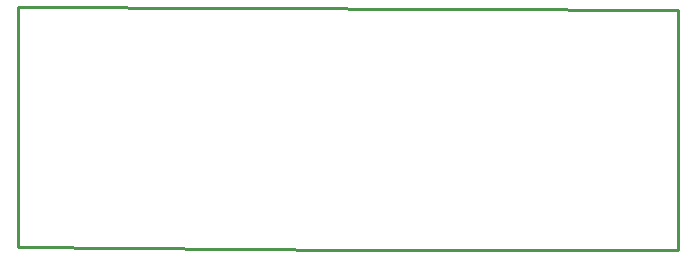
<source format=gko>
G04 ---------------------------- Layer name :KeepOutLayer*
G04 EasyEDA v5.8.19, Thu, 25 Oct 2018 08:31:33 GMT*
G04 2e5d9beedaa44debafd178f78d873103*
G04 Gerber Generator version 0.2*
G04 Scale: 100 percent, Rotated: No, Reflected: No *
G04 Dimensions in millimeters *
G04 leading zeros omitted , absolute positions ,3 integer and 3 decimal *
%FSLAX33Y33*%
%MOMM*%
G90*
G71D02*

%ADD10C,0.254000*%
G54D10*
G01X0Y20574D02*
G01X55880Y20320D01*
G01X55880Y10160D01*
G01X55880Y0D01*
G01X28194Y0D01*
G01X0Y254D01*
G01X0Y20574D01*

%LPD*%
M00*
M02*

</source>
